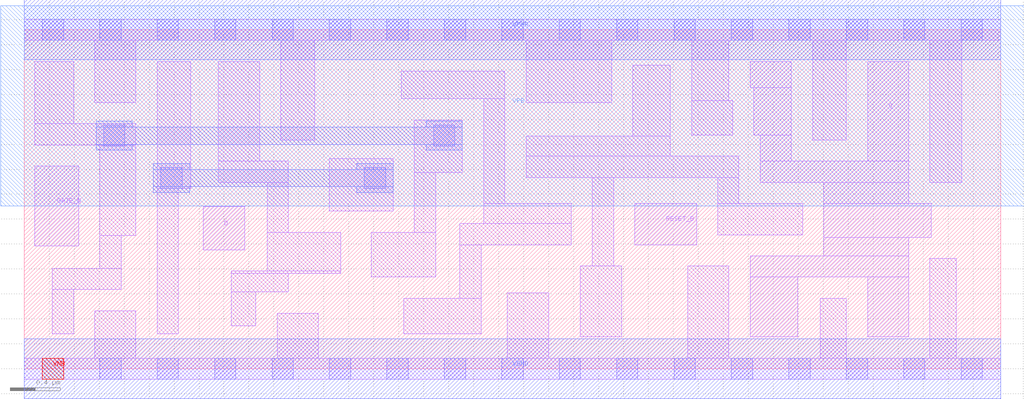
<source format=lef>
# Copyright 2020 The SkyWater PDK Authors
#
# Licensed under the Apache License, Version 2.0 (the "License");
# you may not use this file except in compliance with the License.
# You may obtain a copy of the License at
#
#     https://www.apache.org/licenses/LICENSE-2.0
#
# Unless required by applicable law or agreed to in writing, software
# distributed under the License is distributed on an "AS IS" BASIS,
# WITHOUT WARRANTIES OR CONDITIONS OF ANY KIND, either express or implied.
# See the License for the specific language governing permissions and
# limitations under the License.
#
# SPDX-License-Identifier: Apache-2.0

VERSION 5.7 ;
  NOWIREEXTENSIONATPIN ON ;
  DIVIDERCHAR "/" ;
  BUSBITCHARS "[]" ;
PROPERTYDEFINITIONS
  MACRO maskLayoutSubType STRING ;
  MACRO prCellType STRING ;
  MACRO originalViewName STRING ;
END PROPERTYDEFINITIONS
MACRO sky130_fd_sc_hdll__dlrtn_4
  CLASS CORE ;
  FOREIGN sky130_fd_sc_hdll__dlrtn_4 ;
  ORIGIN  0.000000  0.000000 ;
  SIZE  7.820000 BY  2.720000 ;
  SYMMETRY X Y R90 ;
  SITE unithd ;
  PIN D
    ANTENNAGATEAREA  0.178200 ;
    DIRECTION INPUT ;
    USE SIGNAL ;
    PORT
      LAYER li1 ;
        RECT 1.435000 0.955000 1.765000 1.300000 ;
    END
  END D
  PIN GATE_N
    ANTENNAGATEAREA  0.178200 ;
    DIRECTION INPUT ;
    USE SIGNAL ;
    PORT
      LAYER li1 ;
        RECT 0.085000 0.985000 0.435000 1.625000 ;
    END
  END GATE_N
  PIN Q
    ANTENNADIFFAREA  0.931000 ;
    DIRECTION OUTPUT ;
    USE SIGNAL ;
    PORT
      LAYER li1 ;
        RECT 5.815000 0.255000 6.195000 0.735000 ;
        RECT 5.815000 0.735000 7.085000 0.905000 ;
        RECT 5.815000 2.255000 6.145000 2.465000 ;
        RECT 5.845000 1.875000 6.145000 2.255000 ;
        RECT 5.895000 1.495000 7.085000 1.665000 ;
        RECT 5.895000 1.665000 6.145000 1.875000 ;
        RECT 6.405000 0.905000 7.085000 1.055000 ;
        RECT 6.405000 1.055000 7.265000 1.325000 ;
        RECT 6.405000 1.325000 7.085000 1.495000 ;
        RECT 6.755000 0.255000 7.085000 0.735000 ;
        RECT 6.755000 1.665000 7.085000 2.465000 ;
    END
  END Q
  PIN RESET_B
    ANTENNAGATEAREA  0.277500 ;
    DIRECTION INPUT ;
    USE SIGNAL ;
    PORT
      LAYER li1 ;
        RECT 4.890000 0.995000 5.385000 1.325000 ;
    END
  END RESET_B
  PIN VNB
    PORT
      LAYER pwell ;
        RECT 0.145000 -0.085000 0.315000 0.085000 ;
    END
  END VNB
  PIN VPB
    PORT
      LAYER nwell ;
        RECT -0.190000 1.305000 8.010000 2.910000 ;
    END
  END VPB
  PIN VGND
    DIRECTION INOUT ;
    USE GROUND ;
    PORT
      LAYER met1 ;
        RECT 0.000000 -0.240000 7.820000 0.240000 ;
    END
  END VGND
  PIN VPWR
    DIRECTION INOUT ;
    USE POWER ;
    PORT
      LAYER met1 ;
        RECT 0.000000 2.480000 7.820000 2.960000 ;
    END
  END VPWR
  OBS
    LAYER li1 ;
      RECT 0.000000 -0.085000 7.820000 0.085000 ;
      RECT 0.000000  2.635000 7.820000 2.805000 ;
      RECT 0.085000  1.795000 0.895000 1.965000 ;
      RECT 0.085000  1.965000 0.395000 2.465000 ;
      RECT 0.225000  0.280000 0.395000 0.635000 ;
      RECT 0.225000  0.635000 0.775000 0.805000 ;
      RECT 0.565000  0.085000 0.895000 0.465000 ;
      RECT 0.565000  2.135000 0.895000 2.635000 ;
      RECT 0.605000  0.805000 0.775000 1.070000 ;
      RECT 0.605000  1.070000 0.895000 1.795000 ;
      RECT 1.065000  0.280000 1.235000 1.445000 ;
      RECT 1.065000  1.445000 1.335000 2.465000 ;
      RECT 1.555000  1.495000 2.115000 1.665000 ;
      RECT 1.555000  1.665000 1.885000 2.465000 ;
      RECT 1.660000  0.345000 1.855000 0.615000 ;
      RECT 1.660000  0.615000 2.115000 0.765000 ;
      RECT 1.660000  0.765000 2.535000 0.785000 ;
      RECT 1.945000  0.785000 2.535000 1.095000 ;
      RECT 1.945000  1.095000 2.115000 1.495000 ;
      RECT 2.025000  0.085000 2.355000 0.445000 ;
      RECT 2.055000  1.835000 2.325000 2.635000 ;
      RECT 2.445000  1.265000 2.955000 1.685000 ;
      RECT 2.780000  0.735000 3.295000 1.095000 ;
      RECT 3.020000  2.165000 3.850000 2.385000 ;
      RECT 3.040000  0.280000 3.660000 0.565000 ;
      RECT 3.125000  1.095000 3.295000 1.575000 ;
      RECT 3.125000  1.575000 3.510000 1.995000 ;
      RECT 3.490000  0.565000 3.660000 0.995000 ;
      RECT 3.490000  0.995000 4.380000 1.165000 ;
      RECT 3.680000  1.165000 4.380000 1.325000 ;
      RECT 3.680000  1.325000 3.850000 2.165000 ;
      RECT 3.870000  0.085000 4.200000 0.610000 ;
      RECT 4.020000  1.535000 5.725000 1.705000 ;
      RECT 4.020000  1.705000 5.175000 1.865000 ;
      RECT 4.020000  2.135000 4.705000 2.635000 ;
      RECT 4.455000  0.255000 4.785000 0.825000 ;
      RECT 4.550000  0.825000 4.720000 1.535000 ;
      RECT 4.875000  1.865000 5.175000 2.435000 ;
      RECT 5.315000  0.085000 5.645000 0.825000 ;
      RECT 5.345000  1.875000 5.675000 2.150000 ;
      RECT 5.345000  2.150000 5.645000 2.635000 ;
      RECT 5.555000  1.075000 6.235000 1.325000 ;
      RECT 5.555000  1.325000 5.725000 1.535000 ;
      RECT 6.315000  1.835000 6.585000 2.635000 ;
      RECT 6.375000  0.085000 6.585000 0.565000 ;
      RECT 7.255000  0.085000 7.465000 0.885000 ;
      RECT 7.255000  1.495000 7.510000 2.635000 ;
    LAYER mcon ;
      RECT 0.145000 -0.085000 0.315000 0.085000 ;
      RECT 0.145000  2.635000 0.315000 2.805000 ;
      RECT 0.605000 -0.085000 0.775000 0.085000 ;
      RECT 0.605000  2.635000 0.775000 2.805000 ;
      RECT 0.635000  1.785000 0.805000 1.955000 ;
      RECT 1.065000 -0.085000 1.235000 0.085000 ;
      RECT 1.065000  2.635000 1.235000 2.805000 ;
      RECT 1.095000  1.445000 1.265000 1.615000 ;
      RECT 1.525000 -0.085000 1.695000 0.085000 ;
      RECT 1.525000  2.635000 1.695000 2.805000 ;
      RECT 1.985000 -0.085000 2.155000 0.085000 ;
      RECT 1.985000  2.635000 2.155000 2.805000 ;
      RECT 2.445000 -0.085000 2.615000 0.085000 ;
      RECT 2.445000  2.635000 2.615000 2.805000 ;
      RECT 2.725000  1.445000 2.895000 1.615000 ;
      RECT 2.905000 -0.085000 3.075000 0.085000 ;
      RECT 2.905000  2.635000 3.075000 2.805000 ;
      RECT 3.280000  1.785000 3.450000 1.955000 ;
      RECT 3.365000 -0.085000 3.535000 0.085000 ;
      RECT 3.365000  2.635000 3.535000 2.805000 ;
      RECT 3.825000 -0.085000 3.995000 0.085000 ;
      RECT 3.825000  2.635000 3.995000 2.805000 ;
      RECT 4.285000 -0.085000 4.455000 0.085000 ;
      RECT 4.285000  2.635000 4.455000 2.805000 ;
      RECT 4.745000 -0.085000 4.915000 0.085000 ;
      RECT 4.745000  2.635000 4.915000 2.805000 ;
      RECT 5.205000 -0.085000 5.375000 0.085000 ;
      RECT 5.205000  2.635000 5.375000 2.805000 ;
      RECT 5.665000 -0.085000 5.835000 0.085000 ;
      RECT 5.665000  2.635000 5.835000 2.805000 ;
      RECT 6.125000 -0.085000 6.295000 0.085000 ;
      RECT 6.125000  2.635000 6.295000 2.805000 ;
      RECT 6.585000 -0.085000 6.755000 0.085000 ;
      RECT 6.585000  2.635000 6.755000 2.805000 ;
      RECT 7.045000 -0.085000 7.215000 0.085000 ;
      RECT 7.045000  2.635000 7.215000 2.805000 ;
      RECT 7.505000 -0.085000 7.675000 0.085000 ;
      RECT 7.505000  2.635000 7.675000 2.805000 ;
    LAYER met1 ;
      RECT 0.575000 1.755000 0.865000 1.800000 ;
      RECT 0.575000 1.800000 3.510000 1.940000 ;
      RECT 0.575000 1.940000 0.865000 1.985000 ;
      RECT 1.035000 1.415000 1.325000 1.460000 ;
      RECT 1.035000 1.460000 2.955000 1.600000 ;
      RECT 1.035000 1.600000 1.325000 1.645000 ;
      RECT 2.665000 1.415000 2.955000 1.460000 ;
      RECT 2.665000 1.600000 2.955000 1.645000 ;
      RECT 3.220000 1.755000 3.510000 1.800000 ;
      RECT 3.220000 1.940000 3.510000 1.985000 ;
  END
  PROPERTY maskLayoutSubType "abstract" ;
  PROPERTY prCellType "standard" ;
  PROPERTY originalViewName "layout" ;
END sky130_fd_sc_hdll__dlrtn_4
END LIBRARY

</source>
